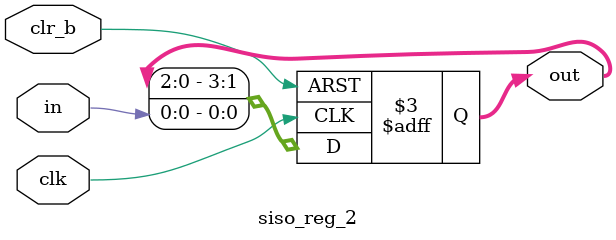
<source format=v>
`timescale 1ns / 1ps
 
//////////////////////////////////////////////////////////////////////////////////


module siso_reg_2(
    input in,
    output reg [3:0] out,
    input clk,
    input clr_b
    
    );
    always @(posedge clk or negedge clr_b)
    begin
        if(clr_b == 0) out <= 4'b0000;
        else
            out <= {out[2:0],in};
    end
endmodule

</source>
